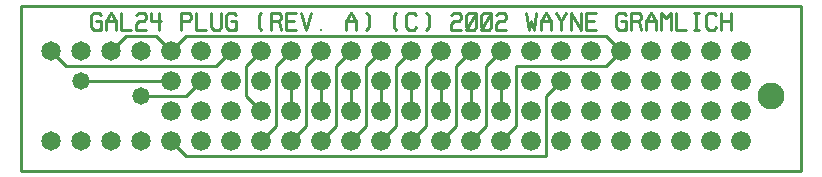
<source format=gtl>
%MOIN*%
%FSLAX25Y25*%
G04 D10 used for Character Trace; *
G04     Circle (OD=.01000) (No hole)*
G04 D11 used for Power Trace; *
G04     Circle (OD=.06700) (No hole)*
G04 D12 used for Signal Trace; *
G04     Circle (OD=.01100) (No hole)*
G04 D13 used for Via; *
G04     Circle (OD=.05800) (Round. Hole ID=.02800)*
G04 D14 used for Component hole; *
G04     Circle (OD=.06500) (Round. Hole ID=.03500)*
G04 D15 used for Component hole; *
G04     Circle (OD=.06600) (Round. Hole ID=.04200)*
G04 D16 used for Component hole; *
G04     Circle (OD=.08200) (Round. Hole ID=.05200)*
G04 D17 used for Component hole; *
G04     Circle (OD=.08950) (Round. Hole ID=.05950)*
G04 D18 used for Component hole; *
G04     Circle (OD=.11600) (Round. Hole ID=.08600)*
G04 D19 used for Component hole; *
G04     Circle (OD=.15500) (Round. Hole ID=.12500)*
G04 D20 used for Component hole; *
G04     Circle (OD=.18200) (Round. Hole ID=.15200)*
G04 D21 used for Component hole; *
G04     Circle (OD=.24300) (Round. Hole ID=.21300)*
%ADD10C,.01000*%
%ADD11C,.06700*%
%ADD12C,.01100*%
%ADD13C,.05800*%
%ADD14C,.06500*%
%ADD15C,.06600*%
%ADD16C,.08200*%
%ADD17C,.08950*%
%ADD18C,.11600*%
%ADD19C,.15500*%
%ADD20C,.18200*%
%ADD21C,.24300*%
%IPPOS*%
%LPD*%
G90*X0Y0D02*D14*X10000Y10000D03*X20000D03*D13*    
Y30000D03*D12*X50000D01*D15*D03*D12*              
X40000Y25000D02*X55000D01*D13*X40000D03*D15*      
X50000Y20000D03*Y40000D03*D12*X55000Y45000D01*    
X195000D01*X200000Y40000D01*D15*D03*D12*          
X195000Y35000D01*X165000D01*Y15000D01*            
X160000Y10000D01*D15*D03*D12*X150000D02*          
X155000Y15000D01*D15*X150000Y10000D03*D12*        
X155000Y15000D02*Y35000D01*X160000Y40000D01*D15*  
D03*X170000Y30000D03*X150000D03*D12*Y20000D01*D15*
D03*D12*X140000Y10000D02*X145000Y15000D01*D15*    
X140000Y10000D03*D12*X145000Y15000D02*Y35000D01*  
X150000Y40000D01*D15*D03*X160000Y30000D03*D12*    
Y20000D01*D15*D03*X170000Y10000D03*Y20000D03*D12* 
X55000Y5000D02*X175000D01*X55000D02*              
X50000Y10000D01*D15*D03*X60000Y20000D03*Y10000D03*
D14*X40000D03*D12*X55000Y25000D02*X60000Y30000D01*
D15*D03*D12*X15000Y35000D02*X65000D01*X15000D02*  
X10000Y40000D01*D14*D03*X20000D03*D10*            
X26674Y48086D02*X25837Y47129D01*X24163D01*        
X23326Y48086D01*Y51914D01*X24163Y52871D01*        
X25837D01*X26674Y51914D01*X25000Y50000D02*        
X26674D01*Y47129D01*X28326D02*Y50000D01*          
X30000Y52871D01*X31674Y50000D01*Y47129D01*        
X28326Y50000D02*X31674D01*X33326Y52871D02*        
Y47129D01*X36674D01*X38326Y51914D02*              
X39163Y52871D01*X40837D01*X41674Y51914D01*        
Y50957D01*X40837Y50000D01*X39163D01*              
X38326Y49043D01*Y47129D01*X41674D01*              
X45837Y52871D02*Y47129D01*X43326Y52871D02*        
Y50000D01*X46674D01*X53326Y47129D02*Y52871D01*    
X55837D01*X56674Y51914D01*Y50957D01*              
X55837Y50000D01*X53326D01*X58326Y52871D02*        
Y47129D01*X61674D01*X66674Y52871D02*Y48086D01*    
X65837Y47129D01*X64163D01*X63326Y48086D01*        
Y52871D01*X71674Y48086D02*X70837Y47129D01*        
X69163D01*X68326Y48086D01*Y51914D01*              
X69163Y52871D01*X70837D01*X71674Y51914D01*        
X70000Y50000D02*X71674D01*Y47129D01*              
X80000Y52871D02*X79163Y51914D01*Y48086D01*        
X80000Y47129D01*X83326D02*Y52871D01*X85837D01*    
X86674Y51914D01*Y50957D01*X85837Y50000D01*        
X83326D01*X85837D02*X86674Y47129D01*X91674D02*    
X88326D01*Y52871D01*X91674D01*X88326Y50000D02*    
X90837D01*X93326Y52871D02*X95000Y47129D01*        
X96674Y52871D01*X100000Y47129D03*X108326D02*      
Y50000D01*X110000Y52871D01*X111674Y50000D01*      
Y47129D01*X108326Y50000D02*X111674D01*            
X115000Y52871D02*X115837Y51914D01*Y48086D01*      
X115000Y47129D01*X125000Y52871D02*                
X124163Y51914D01*Y48086D01*X125000Y47129D01*      
X131674Y48086D02*X130837Y47129D01*X129163D01*     
X128326Y48086D01*Y51914D01*X129163Y52871D01*      
X130837D01*X131674Y51914D01*X135000Y52871D02*     
X135837Y51914D01*Y48086D01*X135000Y47129D01*      
X143326Y51914D02*X144163Y52871D01*X145837D01*     
X146674Y51914D01*Y50957D01*X145837Y50000D01*      
X144163D01*X143326Y49043D01*Y47129D01*X146674D01* 
X151674Y48086D02*X150837Y47129D01*X149163D01*     
X148326Y48086D01*Y51914D01*X149163Y52871D01*      
X150837D01*X151674Y51914D01*Y48086D01*            
X148326Y47129D02*X151674Y52871D01*                
X156674Y48086D02*X155837Y47129D01*X154163D01*     
X153326Y48086D01*Y51914D01*X154163Y52871D01*      
X155837D01*X156674Y51914D01*Y48086D01*            
X153326Y47129D02*X156674Y52871D01*                
X158326Y51914D02*X159163Y52871D01*X160837D01*     
X161674Y51914D01*Y50957D01*X160837Y50000D01*      
X159163D01*X158326Y49043D01*Y47129D01*X161674D01* 
X168326Y52871D02*X169163Y47129D01*                
X170000Y50000D01*X170837Y47129D01*                
X171674Y52871D01*X173326Y47129D02*Y50000D01*      
X175000Y52871D01*X176674Y50000D01*Y47129D01*      
X173326Y50000D02*X176674D01*X178326Y52871D02*     
X180000Y50000D01*X181674Y52871D01*                
X180000Y50000D02*Y47129D01*X183326D02*Y52871D01*  
X186674Y47129D01*Y52871D01*X191674Y47129D02*      
X188326D01*Y52871D01*X191674D01*X188326Y50000D02* 
X190837D01*X201674Y48086D02*X200837Y47129D01*     
X199163D01*X198326Y48086D01*Y51914D01*            
X199163Y52871D01*X200837D01*X201674Y51914D01*     
X200000Y50000D02*X201674D01*Y47129D01*X203326D02* 
Y52871D01*X205837D01*X206674Y51914D01*Y50957D01*  
X205837Y50000D01*X203326D01*X205837D02*           
X206674Y47129D01*X208326D02*Y50000D01*            
X210000Y52871D01*X211674Y50000D01*Y47129D01*      
X208326Y50000D02*X211674D01*X213326Y47129D02*     
Y52871D01*X215000Y50957D01*X216674Y52871D01*      
Y47129D01*X218326Y52871D02*Y47129D01*X221674D01*  
X225000D02*Y52871D01*X224163Y47129D02*X225837D01* 
X224163Y52871D02*X225837D01*X231674Y48086D02*     
X230837Y47129D01*X229163D01*X228326Y48086D01*     
Y51914D01*X229163Y52871D01*X230837D01*            
X231674Y51914D01*X233326Y47129D02*Y52871D01*      
X236674Y47129D02*Y52871D01*X233326Y50000D02*      
X236674D01*D12*X0Y0D02*Y55000D01*Y0D02*X260000D01*
Y55000D01*X0D01*D14*X30000Y40000D03*D12*          
X35000Y45000D01*X45000D01*X50000Y40000D01*D15*    
X60000D03*D14*X40000D03*D12*X65000Y35000D02*      
X70000Y40000D01*D15*D03*D12*X75000Y25000D02*      
Y35000D01*X80000Y20000D02*X75000Y25000D01*D15*    
X80000Y20000D03*D12*Y10000D02*X85000Y15000D01*D15*
X80000Y10000D03*D12*X85000Y15000D02*Y35000D01*    
X90000Y40000D01*D15*D03*D12*X95000Y15000D02*      
Y35000D01*X90000Y10000D02*X95000Y15000D01*D15*    
X90000Y10000D03*X100000Y20000D03*D12*Y30000D01*   
D15*D03*D12*X105000Y15000D02*Y35000D01*           
X100000Y10000D02*X105000Y15000D01*D15*            
X100000Y10000D03*X110000Y20000D03*D12*Y30000D01*  
D15*D03*D12*X115000Y15000D02*Y35000D01*           
X110000Y10000D02*X115000Y15000D01*D15*            
X110000Y10000D03*X120000Y20000D03*D12*Y30000D01*  
D15*D03*D12*X125000Y15000D02*Y35000D01*           
X120000Y10000D02*X125000Y15000D01*D15*            
X120000Y10000D03*X130000Y20000D03*D12*Y30000D01*  
D15*D03*D12*X135000Y15000D02*Y35000D01*           
X130000Y10000D02*X135000Y15000D01*D15*            
X130000Y10000D03*X140000Y20000D03*D12*Y30000D01*  
D15*D03*D12*X135000Y35000D02*X140000Y40000D01*D15*
D03*X130000D03*D12*X125000Y35000D01*D15*          
X120000Y40000D03*D12*X115000Y35000D01*D15*        
X110000Y40000D03*D12*X105000Y35000D01*D15*        
X100000Y40000D03*D12*X95000Y35000D01*D15*         
X90000Y30000D03*D12*Y20000D01*D15*D03*            
X80000Y30000D03*D12*X75000Y35000D02*              
X80000Y40000D01*D15*D03*X70000Y30000D03*Y20000D03*
Y10000D03*D14*X30000D03*D15*X170000Y40000D03*D12* 
X175000Y5000D02*Y25000D01*X180000Y30000D01*D15*   
D03*X190000Y20000D03*Y40000D03*Y30000D03*         
X180000Y40000D03*Y20000D03*X200000Y10000D03*      
Y20000D03*Y30000D03*X180000Y10000D03*X190000D03*  
X210000D03*Y20000D03*Y30000D03*Y40000D03*         
X220000Y10000D03*Y20000D03*Y30000D03*Y40000D03*   
X230000Y10000D03*Y20000D03*Y30000D03*Y40000D03*   
X240000Y10000D03*Y20000D03*Y30000D03*Y40000D03*   
D17*X250000Y25000D03*M02*                         

</source>
